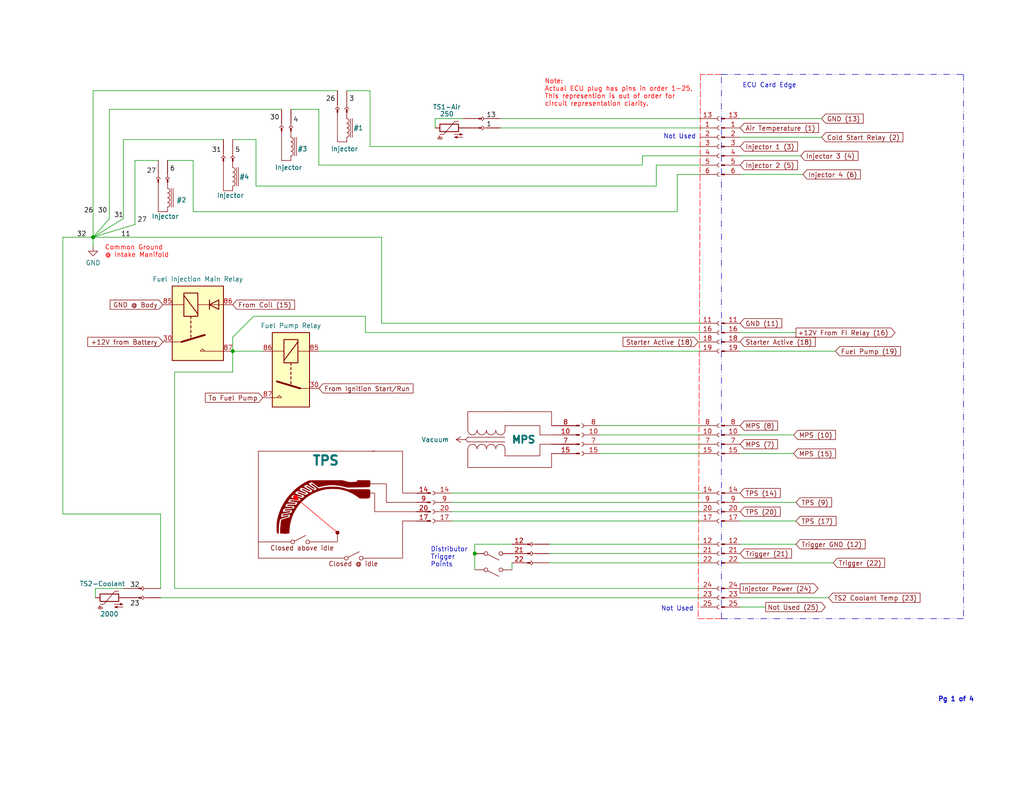
<source format=kicad_sch>
(kicad_sch (version 20230121) (generator eeschema)
  (paper "A")
  (title_block (title "D-Jetronic 0 280 000 034 ECU for Volvo") (date "2023-12-28") (comment 1 "Redrawn by David Farrington") (comment 2 "Copied from Dale Rembold") (comment 3 "Following Layout by F.W. Kerfoot"))
  (lib_symbols
    (symbol "Conn_01x02_Pin_1" (pin_numbers hide) (pin_names (offset 1.016) hide)
      (property "Reference" "J" (at 0 2.54 0))
      (property "Value" "Conn_01x02_Pin" (at 0 -5.08 0))
      (symbol "Conn_01x02_Pin_1_1_1"
        (pin passive line (at 5.08 0 180) (length 3.81) (name "Pin_1") (number "1"))
        (pin passive line (at 5.08 -2.54 180) (length 3.81) (name "Pin_2") (number "2"))
      )
    )
    (symbol "Conn_01x02_Socket_1" (pin_numbers hide) (pin_names (offset 1.016) hide)
      (property "Reference" "J" (at 0 2.54 0))
      (property "Value" "Conn_01x02_Socket" (at 0 -5.08 0))
      (symbol "Conn_01x02_Socket_1_1_1"
        (pin passive line (at -5.08 0 0) (length 3.81) (name "Pin_1") (number "1"))
        (pin passive line (at -5.08 -2.54 0) (length 3.81) (name "Pin_2") (number "2"))
      )
    )
    (symbol "Conn_01x02_Socket_2" (pin_numbers hide) (pin_names (offset 1.016) hide)
      (property "Reference" "J" (at 0 2.54 0))
      (property "Value" "Conn_01x02_Socket" (at 0 -5.08 0))
      (symbol "Conn_01x02_Socket_2_1_1"
        (pin passive line (at -5.08 0 0) (length 3.81) (name "Pin_1") (number "1"))
        (pin passive line (at -5.08 -2.54 0) (length 3.81) (name "Pin_2") (number "2"))
      )
    )
    (symbol "Conn_01x02_Socket_3" (pin_numbers hide) (pin_names (offset 1.016) hide)
      (property "Reference" "J" (at 0 2.54 0))
      (property "Value" "Conn_01x02_Socket" (at 0 -5.08 0))
      (symbol "Conn_01x02_Socket_3_1_1"
        (pin passive line (at -5.08 0 0) (length 3.81) (name "Pin_1") (number "1"))
        (pin passive line (at -5.08 -2.54 0) (length 3.81) (name "Pin_2") (number "2"))
      )
    )
    (symbol "Conn_01x02_Socket_4" (pin_numbers hide) (pin_names (offset 1.016) hide)
      (property "Reference" "J" (at 0 2.54 0))
      (property "Value" "Conn_01x02_Socket" (at 0 -5.08 0))
      (symbol "Conn_01x02_Socket_4_1_1"
        (pin passive line (at -5.08 0 0) (length 3.81) (name "Pin_1") (number "1"))
        (pin passive line (at -5.08 -2.54 0) (length 3.81) (name "Pin_2") (number "2"))
      )
    )
    (symbol "Conn_01x02_Socket_5" (pin_numbers hide) (pin_names (offset 1.016) hide)
      (property "Reference" "J" (at 0 2.54 0))
      (property "Value" "Conn_01x02_Socket" (at 0 -5.08 0))
      (symbol "Conn_01x02_Socket_5_1_1"
        (pin passive line (at -5.08 0 0) (length 3.81) (name "Pin_1") (number "1"))
        (pin passive line (at -5.08 -2.54 0) (length 3.81) (name "Pin_2") (number "2"))
      )
    )
    (symbol "Conn_01x03_Pin_1" (pin_names (offset 1.016) hide)
      (symbol "Conn_01x03_Pin_1_1_1"
        (pin passive line (at 5.08 0 180) (length 3.81) (name "Pin_23") (number "23"))
        (pin passive line (at 5.08 2.54 180) (length 3.81) (name "Pin_24") (number "24"))
        (pin passive line (at 5.08 -2.54 180) (length 3.81) (name "Pin_25") (number "25"))
      )
    )
    (symbol "Conn_01x03_Socket_1" (pin_names (offset 1.016) hide)
      (symbol "Conn_01x03_Socket_1_1_1"
        (pin passive line (at -5.08 0 0) (length 3.81) (name "Pin_23") (number "23"))
        (pin passive line (at -5.08 2.54 0) (length 3.81) (name "Pin_24") (number "24"))
        (pin passive line (at -5.08 -2.54 0) (length 3.81) (name "Pin_25") (number "25"))
      )
    )
    (symbol "Conn_01x03_Socket_2" (pin_numbers hide) (pin_names (offset 1.016) hide)
      (symbol "Conn_01x03_Socket_2_1_1"
        (pin passive line (at -5.08 2.54 0) (length 3.81) (name "Pin_12") (number "12"))
        (pin passive line (at -5.08 0 0) (length 3.81) (name "Pin_21") (number "21"))
        (pin passive line (at -5.08 -2.54 0) (length 3.81) (name "Pin_22") (number "22"))
      )
    )
    (symbol "Conn_01x04_Pin_1" (pin_names (offset 1.016) hide)
      (symbol "Conn_01x04_Pin_1_1_1"
        (pin passive line (at 5.08 2.54 180) (length 3.81) (name "Pin_11") (number "11"))
        (pin passive line (at 5.08 0 180) (length 3.81) (name "Pin_16") (number "16"))
        (pin passive line (at 5.08 -2.54 180) (length 3.81) (name "Pin_18") (number "18"))
        (pin passive line (at 5.08 -5.08 180) (length 3.81) (name "Pin_19") (number "19"))
      )
    )
    (symbol "Conn_01x04_Socket_1" (pin_names (offset 1.016) hide)
      (symbol "Conn_01x04_Socket_1_1_1"
        (pin passive line (at -5.08 2.54 0) (length 3.81) (name "Pin_14") (number "14"))
        (pin passive line (at -5.08 -5.08 0) (length 3.81) (name "Pin_17") (number "17"))
        (pin passive line (at -5.08 -2.54 0) (length 3.81) (name "Pin_20") (number "20"))
        (pin passive line (at -5.08 0 0) (length 3.81) (name "Pin_9") (number "9"))
      )
    )
    (symbol "Conn_01x04_Socket_2" (pin_names (offset 1.016) hide)
      (symbol "Conn_01x04_Socket_2_1_1"
        (pin passive line (at -5.08 2.54 0) (length 3.81) (name "Pin_11") (number "11"))
        (pin passive line (at -5.08 0 0) (length 3.81) (name "Pin_16") (number "16"))
        (pin passive line (at -5.08 -2.54 0) (length 3.81) (name "Pin_18") (number "18"))
        (pin passive line (at -5.08 -5.08 0) (length 3.81) (name "Pin_19") (number "19"))
      )
    )
    (symbol "Connector:Conn_01x02_Pin" (pin_numbers hide) (pin_names (offset 1.016) hide)
      (property "Reference" "J" (at 0 2.54 0))
      (property "Value" "Conn_01x02_Pin" (at 0 -5.08 0))
      (symbol "Conn_01x02_Pin_1_1"
        (pin passive line (at 5.08 0 180) (length 3.81) (name "Pin_1") (number "1"))
        (pin passive line (at 5.08 -2.54 180) (length 3.81) (name "Pin_2") (number "2"))
      )
    )
    (symbol "Connector:Conn_01x02_Socket" (pin_numbers hide) (pin_names (offset 1.016) hide)
      (property "Reference" "J" (at 0 2.54 0))
      (property "Value" "Conn_01x02_Socket" (at 0 -5.08 0))
      (symbol "Conn_01x02_Socket_1_1"
        (pin passive line (at -5.08 0 0) (length 3.81) (name "Pin_1") (number "1"))
        (pin passive line (at -5.08 -2.54 0) (length 3.81) (name "Pin_2") (number "2"))
      )
    )
    (symbol "Connector:Conn_01x03_Pin" (pin_names (offset 1.016) hide)
      (symbol "Conn_01x03_Pin_1_1"
        (pin passive line (at 5.08 2.54 180) (length 3.81) (name "Pin_12") (number "12"))
        (pin passive line (at 5.08 0 180) (length 3.81) (name "Pin_21") (number "21"))
        (pin passive line (at 5.08 -2.54 180) (length 3.81) (name "Pin_22") (number "22"))
      )
    )
    (symbol "Connector:Conn_01x03_Socket" (pin_names (offset 1.016) hide)
      (symbol "Conn_01x03_Socket_1_1"
        (pin passive line (at -5.08 2.54 0) (length 3.81) (name "Pin_12") (number "12"))
        (pin passive line (at -5.08 0 0) (length 3.81) (name "Pin_21") (number "21"))
        (pin passive line (at -5.08 -2.54 0) (length 3.81) (name "Pin_22") (number "22"))
      )
    )
    (symbol "Connector:Conn_01x04_Pin" (pin_names (offset 1.016) hide)
      (symbol "Conn_01x04_Pin_1_1"
        (pin passive line (at 5.08 0 180) (length 3.81) (name "Pin_10") (number "10"))
        (pin passive line (at 5.08 -5.08 180) (length 3.81) (name "Pin_15") (number "15"))
        (pin passive line (at 5.08 -2.54 180) (length 3.81) (name "Pin_7") (number "7"))
        (pin passive line (at 5.08 2.54 180) (length 3.81) (name "Pin_8") (number "8"))
      )
    )
    (symbol "Connector:Conn_01x04_Socket" (pin_names (offset 1.016) hide)
      (property "Reference" "J8" (at 1.27 0 0))
      (property "Value" "Conn_01x04_Socket" (at 1.27 -2.54 0))
      (symbol "Conn_01x04_Socket_1_1"
        (pin passive line (at -5.08 0 0) (length 3.81) (name "Pin_10") (number "10"))
        (pin passive line (at -5.08 -5.08 0) (length 3.81) (name "Pin_15") (number "15"))
        (pin passive line (at -5.08 -2.54 0) (length 3.81) (name "Pin_7") (number "7"))
        (pin passive line (at -5.08 2.54 0) (length 3.81) (name "Pin_8") (number "8"))
      )
    )
    (symbol "Connector:Conn_01x07_Pin" (pin_names (offset 1.016) hide)
      (symbol "Conn_01x07_Pin_1_1"
        (pin passive line (at 5.08 5.08 180) (length 3.81) (name "Pin_2") (number "1"))
        (pin passive line (at 5.08 7.62 180) (length 3.81) (name "Pin_1") (number "13"))
        (pin passive line (at 5.08 2.54 180) (length 3.81) (name "Pin_3") (number "2"))
        (pin passive line (at 5.08 0 180) (length 3.81) (name "Pin_4") (number "3"))
        (pin passive line (at 5.08 -2.54 180) (length 3.81) (name "Pin_5") (number "4"))
        (pin passive line (at 5.08 -5.08 180) (length 3.81) (name "Pin_6") (number "5"))
        (pin passive line (at 5.08 -7.62 180) (length 3.81) (name "Pin_7") (number "6"))
      )
    )
    (symbol "Connector:Conn_01x07_Socket" (pin_names (offset 1.016) hide)
      (symbol "Conn_01x07_Socket_1_1"
        (pin passive line (at -5.08 5.08 0) (length 3.81) (name "Pin_2") (number "1"))
        (pin passive line (at -5.08 7.62 0) (length 3.81) (name "Pin_1") (number "13"))
        (pin passive line (at -5.08 2.54 0) (length 3.81) (name "Pin_3") (number "2"))
        (pin passive line (at -5.08 0 0) (length 3.81) (name "Pin_4") (number "3"))
        (pin passive line (at -5.08 -2.54 0) (length 3.81) (name "Pin_5") (number "4"))
        (pin passive line (at -5.08 -5.08 0) (length 3.81) (name "Pin_6") (number "5"))
        (pin passive line (at -5.08 -7.62 0) (length 3.81) (name "6") (number "6"))
      )
    )
    (symbol "DRF library:Conn_01x04_Pin_1" (pin_names (offset 1.016) hide)
      (symbol "Conn_01x04_Pin_1_1_1"
        (pin passive line (at 5.08 2.54 180) (length 3.81) (name "Pin_17") (number "14"))
        (pin passive line (at 5.08 -5.08 180) (length 3.81) (name "Pin_17") (number "17"))
        (pin passive line (at 5.08 -2.54 180) (length 3.81) (name "Pin_20") (number "20"))
        (pin passive line (at 5.08 0 180) (length 3.81) (name "Pin_9") (number "9"))
      )
    )
    (symbol "DRF library:MPS" (pin_names (offset 1.016) hide)
      (property "Reference" "Vacuum" (at -12.065 -0.635 0))
      (property "Value" "MPS" (at 10.16 -0.635 0))
      (symbol "MPS_1_1"
        (pin passive line (at 26.035 0.635 180) (length 7.62) (name "AA") (number "10"))
        (pin passive line (at 26.035 -4.445 180) (length 7.62) (name "SA") (number "15"))
        (pin passive line (at 26.035 -1.905 180) (length 7.62) (name "SB") (number "7"))
        (pin passive line (at 26.035 3.175 180) (length 7.62) (name "AB") (number "8"))
      )
    )
    (symbol "DRF:FI_Main_Relay"
      (property "Value" "Fuel Injection Main Relay" (at -10.16 13.97 0))
      (symbol "FI_Main_Relay_1_1"
        (pin passive line (at -9.525 -3.175 0) (length 2.54) (name "~") (number "30"))
        (pin passive line (at -9.525 6.985 0) (length 2.54) (name "~") (number "85"))
        (pin passive line (at 9.525 6.985 180) (length 2.54) (name "~") (number "86"))
        (pin passive line (at 9.525 -5.715 180) (length 2.54) (name "~") (number "87"))
      )
    )
    (symbol "DRF:Fuel_Pump_Relay"
      (property "Value" "Fuel Pump Relay" (at -8.89 13.97 0))
      (symbol "Fuel_Pump_Relay_1_1"
        (pin passive line (at -9.525 -3.175 0) (length 2.54) (name "~") (number "30"))
        (pin passive line (at -9.525 6.985 0) (length 2.54) (name "~") (number "85"))
        (pin passive line (at 5.715 6.985 180) (length 2.54) (name "~") (number "86"))
        (pin passive line (at 5.715 -5.715 180) (length 2.54) (name "~") (number "87"))
      )
    )
    (symbol "DRF:Injector" (pin_numbers hide) (pin_names (offset 1.016) hide)
      (property "Reference" "#" (at 4.445 -1.905 0))
      (property "Value" "Injector" (at 6.985 1.27 0))
    )
    (symbol "DRF:TPS" (pin_names (offset 1.016) hide)
      (property "Value" "TPS" (at -0.635 11.43 0))
      (property "Sim.Name" "tps" (at 0 0 0))
      (symbol "TPS_1_1"
        (text "Closed @ idle" (at 8.128 -15.494 0) (effects (font (size 1.27 1.27))))
        (text "Closed above idle" (at -5.842 -11.176 0) (effects (font (size 1.27 1.27))))
        (pin passive line (at 29.21 3.81 180) (length 3.81) (name "Pin_14") (number "14"))
        (pin passive line (at 29.21 -3.81 180) (length 3.81) (name "Pin_17") (number "17"))
        (pin passive line (at 29.21 -1.27 180) (length 3.81) (name "Pin_20") (number "20"))
        (pin passive line (at 29.21 1.27 180) (length 3.81) (name "Pin_9") (number "9"))
      )
    )
    (symbol "Device:Thermistor_NTC" (pin_numbers hide) (pin_names (offset 0))
      (property "Reference" "TH" (at -4.445 0 90))
      (property "Value" "Thermistor_NTC" (at 3.175 0 90))
      (symbol "Thermistor_NTC_1_1"
        (pin passive line (at 0 3.81 270) (length 1.27) (name "~") (number "1"))
        (pin passive line (at 0 -3.81 90) (length 1.27) (name "~") (number "2"))
      )
    )
    (symbol "SW_SPST_1" (pin_numbers hide) (pin_names (offset 0) hide)
      (property "Reference" "SW" (at 0 3.175 0))
      (property "Value" "SW_SPST" (at 0 -2.54 0))
      (symbol "SW_SPST_1_1_1"
        (pin passive line (at -5.08 0 0) (length 2.54) (name "A") (number "1"))
        (pin passive line (at 5.08 0 180) (length 2.54) (name "B") (number "2"))
      )
    )
    (symbol "Switch:SW_SPST" (pin_numbers hide) (pin_names (offset 0) hide)
      (property "Reference" "SW" (at 0 3.175 0))
      (property "Value" "SW_SPST" (at 0 -2.54 0))
      (symbol "SW_SPST_1_1"
        (pin passive line (at -5.08 0 0) (length 2.54) (name "A") (number "1"))
        (pin passive line (at 5.08 0 180) (length 2.54) (name "B") (number "2"))
      )
    )
    (symbol "power:GND" (power) (pin_names (offset 0))
      (property "Value" "GND" (at 0 -3.81 0))
      (symbol "GND_1_1"
        (pin power_in line (at 0 0 270) (length 0) hide (name "GND") (number "1"))
      )
    )
  )
  (junction (at 129.54 151.13))
  (junction (at 25.4 64.77))
  (junction (at 63.5 95.885))
  (wire (pts (xy 94.615 24.765) (xy 100.965 24.765)))
  (wire (pts (xy 17.145 140.335) (xy 17.145 64.77)))
  (wire (pts (xy 25.4 24.765) (xy 25.4 64.77)))
  (wire (pts (xy 63.5 101.6) (xy 47.625 101.6)))
  (wire (pts (xy 123.19 137.16) (xy 191.135 137.16)))
  (wire (pts (xy 52.705 57.785) (xy 184.785 57.785)))
  (wire (pts (xy 33.655 59.69) (xy 25.4 64.77)))
  (wire (pts (xy 201.93 47.625) (xy 219.075 47.625)))
  (wire (pts (xy 26.035 163.195) (xy 26.035 160.655)))
  (wire (pts (xy 136.525 32.385) (xy 191.135 32.385)))
  (wire (pts (xy 100.965 24.765) (xy 100.965 40.005)))
  (wire (pts (xy 86.995 45.085) (xy 86.995 29.845)))
  (wire (pts (xy 201.93 137.16) (xy 217.17 137.16)))
  (wire (pts (xy 69.85 38.1) (xy 63.5 38.1)))
  (wire (pts (xy 149.86 151.13) (xy 191.135 151.13)))
  (wire (pts (xy 163.83 118.745) (xy 191.135 118.745)))
  (wire (pts (xy 216.535 118.745) (xy 201.93 118.745)))
  (wire (pts (xy 175.26 42.545) (xy 191.135 42.545)))
  (wire (pts (xy 29.845 29.845) (xy 29.845 59.69)))
  (wire (pts (xy 129.54 151.13) (xy 129.54 148.59)))
  (wire (pts (xy 163.83 116.205) (xy 191.135 116.205)))
  (wire (pts (xy 118.745 32.385) (xy 126.365 32.385)))
  (wire (pts (xy 201.93 153.67) (xy 227.33 153.67)))
  (wire (pts (xy 191.135 45.085) (xy 179.07 45.085)))
  (wire (pts (xy 69.215 86.36) (xy 99.695 86.36)))
  (wire (pts (xy 86.995 95.885) (xy 191.135 95.885)))
  (wire (pts (xy 69.85 38.1) (xy 69.85 50.8)))
  (wire (pts (xy 179.07 45.085) (xy 179.07 50.8)))
  (wire (pts (xy 227.965 95.885) (xy 201.93 95.885)))
  (wire (pts (xy 36.83 43.815) (xy 36.83 61.2691)))
  (wire (pts (xy 217.17 148.59) (xy 201.93 148.59)))
  (wire (pts (xy 163.83 123.825) (xy 191.135 123.825)))
  (polyline (pts (xy 196.85 168.91) (xy 196.85 20.32)) (stroke (width 0) (type dash_dot_dot)))
  (wire (pts (xy 99.695 90.805) (xy 99.695 86.36)))
  (wire (pts (xy 216.535 123.825) (xy 201.93 123.825)))
  (wire (pts (xy 163.83 121.285) (xy 191.135 121.285)))
  (wire (pts (xy 52.705 43.815) (xy 52.705 57.785)))
  (wire (pts (xy 25.4 64.77) (xy 36.83 61.2691)))
  (wire (pts (xy 33.655 38.1) (xy 60.96 38.1)))
  (wire (pts (xy 33.655 38.1) (xy 33.655 59.69)))
  (wire (pts (xy 201.93 163.195) (xy 226.06 163.195)))
  (wire (pts (xy 184.785 57.785) (xy 184.785 47.625)))
  (wire (pts (xy 92.075 24.765) (xy 25.4 24.765)))
  (wire (pts (xy 63.5 95.885) (xy 63.5 92.075)))
  (wire (pts (xy 43.815 160.655) (xy 43.815 140.335)))
  (wire (pts (xy 149.86 153.67) (xy 191.135 153.67)))
  (polyline (pts (xy 262.89 20.32) (xy 262.89 168.91)) (stroke (width 0) (type dash_dot_dot)))
  (polyline (pts (xy 196.85 20.32) (xy 191.135 20.32)) (stroke (width 0) (type dash) (color 255 0 0 1)))
  (wire (pts (xy 43.815 163.195) (xy 191.135 163.195)))
  (wire (pts (xy 86.995 29.845) (xy 79.375 29.845)))
  (wire (pts (xy 175.26 45.085) (xy 86.995 45.085)))
  (wire (pts (xy 63.5 92.075) (xy 69.215 86.36)))
  (wire (pts (xy 43.815 140.335) (xy 17.145 140.335)))
  (wire (pts (xy 201.93 32.385) (xy 224.155 32.385)))
  (wire (pts (xy 25.4 67.31) (xy 25.4 64.77)))
  (wire (pts (xy 184.785 47.625) (xy 191.135 47.625)))
  (wire (pts (xy 201.93 37.465) (xy 224.155 37.465)))
  (wire (pts (xy 201.93 42.545) (xy 218.44 42.545)))
  (wire (pts (xy 104.14 88.265) (xy 191.135 88.265)))
  (wire (pts (xy 217.17 142.24) (xy 201.93 142.24)))
  (wire (pts (xy 29.845 59.69) (xy 25.4 64.77)))
  (wire (pts (xy 26.035 160.655) (xy 33.655 160.655)))
  (wire (pts (xy 190.5 93.345) (xy 191.135 93.345)))
  (wire (pts (xy 179.07 50.8) (xy 69.85 50.8)))
  (wire (pts (xy 104.14 64.77) (xy 104.14 88.265)))
  (wire (pts (xy 129.54 148.59) (xy 139.7 148.59)))
  (wire (pts (xy 100.965 40.005) (xy 191.135 40.005)))
  (wire (pts (xy 123.19 139.7) (xy 191.135 139.7)))
  (wire (pts (xy 139.7 153.67) (xy 139.7 155.575)))
  (wire (pts (xy 123.19 142.24) (xy 191.135 142.24)))
  (wire (pts (xy 123.19 134.62) (xy 191.135 134.62)))
  (polyline (pts (xy 196.85 20.32) (xy 262.89 20.32)) (stroke (width 0) (type dash_dot_dot)))
  (wire (pts (xy 29.845 29.845) (xy 76.835 29.845)))
  (wire (pts (xy 201.93 165.735) (xy 208.915 165.735)))
  (wire (pts (xy 36.83 43.815) (xy 43.18 43.815)))
  (wire (pts (xy 25.4 64.77) (xy 104.14 64.77)))
  (wire (pts (xy 191.135 90.805) (xy 99.695 90.805)))
  (polyline (pts (xy 190.5 168.91) (xy 197.485 168.91)) (stroke (width 0) (type dash) (color 255 0 0 1)))
  (polyline (pts (xy 196.85 168.91) (xy 262.89 168.91)) (stroke (width 0) (type dash_dot_dot)))
  (wire (pts (xy 129.54 151.13) (xy 129.54 155.575)))
  (wire (pts (xy 201.93 90.805) (xy 217.17 90.805)))
  (wire (pts (xy 175.26 42.545) (xy 175.26 45.085)))
  (wire (pts (xy 149.86 148.59) (xy 191.135 148.59)))
  (polyline (pts (xy 191.135 20.32) (xy 190.5 168.91)) (stroke (width 0) (type dash) (color 255 0 0 1)))
  (wire (pts (xy 136.525 34.925) (xy 191.135 34.925)))
  (wire (pts (xy 63.5 95.885) (xy 71.755 95.885)))
  (wire (pts (xy 45.72 43.815) (xy 52.705 43.815)))
  (wire (pts (xy 63.5 95.885) (xy 63.5 101.6)))
  (wire (pts (xy 118.745 32.385) (xy 118.745 34.925)))
  (wire (pts (xy 47.625 160.655) (xy 191.135 160.655)))
  (wire (pts (xy 17.145 64.77) (xy 25.4 64.77)))
  (wire (pts (xy 47.625 101.6) (xy 47.625 160.655)))
  (text "Note:\nActual ECU plug has pins in order 1-25. \nThis represention is out of order for \ncircuit representation clarity." (at 148.59 29.21 0) (effects (font (size 1.27 1.27)) (justify left bottom)))
  (text "Pg 1 of 4" (at 255.905 191.77 0) (effects (font (size 1.27 1.27) (thickness 0.254) bold) (justify left bottom)))
  (text "Distributor\nTrigger\nPoints" (at 117.475 154.94 0) (effects (font (size 1.27 1.27)) (justify left bottom)))
  (text "11" (at 33.02 64.77 0) (effects (font (size 1.27 1.27)) (justify left bottom)))
  (text "ECU Card Edge" (at 202.565 24.13 0) (effects (font (size 1.27 1.27)) (justify left bottom)))
  (text "Common Ground\n@ Intake Manifold" (at 28.575 70.485 0) (effects (font (size 1.27 1.27)) (justify left bottom)))
  (text "Not Used" (at 180.34 167.005 0) (effects (font (size 1.27 1.27)) (justify left bottom)))
  (text "Not Used" (at 180.975 38.1 0) (effects (font (size 1.27 1.27)) (justify left bottom)))
  (text "32" (at 20.955 64.77 0) (effects (font (size 1.27 1.27)) (justify left bottom)))
  (label "30" (at 26.67 58.42 0))
  (label "26" (at 22.86 58.42 0))
  (label "27" (at 37.465 60.96 0))
  (label "23" (at 38.1 165.735 180))
  (label "1" (at 132.715 34.925 0))
  (label "31" (at 57.785 41.91 0))
  (label "27" (at 40.005 47.625 0))
  (label "4" (at 80.01 33.655 0))
  (label "5" (at 64.135 41.91 0))
  (label "3" (at 95.25 27.94 0))
  (label "6" (at 46.355 46.99 0))
  (label "32" (at 38.1 160.655 180))
  (label "30" (at 73.66 33.02 0))
  (label "13" (at 132.715 32.385 0))
  (label "31" (at 31.115 59.69 0))
  (label "26" (at 88.9 27.94 0))
  (global_label "Cold Start Relay (2)" (shape input) (at 224.155 37.465 0) (property "Intersheetrefs" "${INTERSHEET_REFS}" (at 246.8362 37.465 0) (effects (justify left))))
  (global_label "Injector Power (24)" (shape output) (at 201.93 160.655 0) (property "Intersheetrefs" "${INTERSHEET_REFS}" (at 223.7044 160.655 0) (effects (justify left))))
  (global_label "Trigger GND (12)" (shape input) (at 217.17 148.59 0) (property "Intersheetrefs" "${INTERSHEET_REFS}" (at 236.5253 148.59 0) (effects (justify left))))
  (global_label "+12V From FI Relay (16)" (shape output) (at 217.17 90.805 0) (property "Intersheetrefs" "${INTERSHEET_REFS}" (at 244.6895 90.805 0) (effects (justify left))))
  (global_label "Injector 1 (3)" (shape input) (at 201.93 40.005 0) (property "Intersheetrefs" "${INTERSHEET_REFS}" (at 218.0801 40.005 0) (effects (justify left))))
  (global_label "TS2 Coolant Temp (23)" (shape input) (at 226.06 163.195 0) (property "Intersheetrefs" "${INTERSHEET_REFS}" (at 251.523 163.195 0) (effects (justify left))))
  (global_label "Injector 4 (6)" (shape input) (at 219.075 47.625 0) (property "Intersheetrefs" "${INTERSHEET_REFS}" (at 235.2251 47.625 0) (effects (justify left))))
  (global_label "GND (13)" (shape input) (at 224.155 32.385 0) (property "Intersheetrefs" "${INTERSHEET_REFS}" (at 236.0113 32.385 0) (effects (justify left))))
  (global_label "Injector 3 (4)" (shape input) (at 218.44 42.545 0) (property "Intersheetrefs" "${INTERSHEET_REFS}" (at 234.5901 42.545 0) (effects (justify left))))
  (global_label "GND (11)" (shape input) (at 201.93 88.265 0) (property "Intersheetrefs" "${INTERSHEET_REFS}" (at 213.7863 88.265 0) (effects (justify left))))
  (global_label "MPS (7)" (shape input) (at 201.93 121.285 0) (property "Intersheetrefs" "${INTERSHEET_REFS}" (at 212.6372 121.285 0) (effects (justify left))))
  (global_label "To Fuel Pump" (shape input) (at 71.755 108.585 180) (property "Intersheetrefs" "${INTERSHEET_REFS}" (at 55.4653 108.585 0) (effects (justify right))))
  (global_label "Starter Active (18)" (shape input) (at 190.5 93.345 180) (property "Intersheetrefs" "${INTERSHEET_REFS}" (at 169.4324 93.345 0) (effects (justify right))))
  (global_label "MPS (10)" (shape input) (at 216.535 118.745 0) (property "Intersheetrefs" "${INTERSHEET_REFS}" (at 228.4517 118.745 0) (effects (justify left))))
  (global_label "From Ignition Start{slash}Run" (shape input) (at 86.995 106.045 0) (property "Intersheetrefs" "${INTERSHEET_REFS}" (at 113.2632 106.045 0) (effects (justify left))))
  (global_label "MPS (8)" (shape input) (at 201.93 116.205 0) (property "Intersheetrefs" "${INTERSHEET_REFS}" (at 212.6372 116.205 0) (effects (justify left))))
  (global_label "Starter Active (18)" (shape input) (at 201.93 93.345 0) (property "Intersheetrefs" "${INTERSHEET_REFS}" (at 222.9976 93.345 0) (effects (justify left))))
  (global_label "Air Temperature (1)" (shape input) (at 201.93 34.925 0) (property "Intersheetrefs" "${INTERSHEET_REFS}" (at 223.8253 34.925 0) (effects (justify left))))
  (global_label "+12V from Battery" (shape input) (at 44.45 93.345 180) (property "Intersheetrefs" "${INTERSHEET_REFS}" (at 23.3826 93.345 0) (effects (justify right))))
  (global_label "Fuel Pump (19)" (shape input) (at 227.965 95.885 0) (property "Intersheetrefs" "${INTERSHEET_REFS}" (at 246.1711 95.885 0) (effects (justify left))))
  (global_label "Trigger (22)" (shape input) (at 227.33 153.67 0) (property "Intersheetrefs" "${INTERSHEET_REFS}" (at 241.8472 153.67 0) (effects (justify left))))
  (global_label "Not Used (25)" (shape output) (at 208.915 165.735 0) (property "Intersheetrefs" "${INTERSHEET_REFS}" (at 225.6698 165.735 0) (effects (justify left))))
  (global_label "TPS (14)" (shape input) (at 201.93 134.62 0) (property "Intersheetrefs" "${INTERSHEET_REFS}" (at 213.3629 134.62 0) (effects (justify left))))
  (global_label "TPS (20)" (shape input) (at 201.93 139.7 0) (property "Intersheetrefs" "${INTERSHEET_REFS}" (at 213.3629 139.7 0) (effects (justify left))))
  (global_label "Injector 2 (5)" (shape input) (at 201.93 45.085 0) (property "Intersheetrefs" "${INTERSHEET_REFS}" (at 218.0801 45.085 0) (effects (justify left))))
  (global_label "Trigger (21)" (shape input) (at 201.93 151.13 0) (property "Intersheetrefs" "${INTERSHEET_REFS}" (at 216.4472 151.13 0) (effects (justify left))))
  (global_label "TPS (17)" (shape input) (at 217.17 142.24 0) (property "Intersheetrefs" "${INTERSHEET_REFS}" (at 228.6029 142.24 0) (effects (justify left))))
  (global_label "GND @ Body" (shape input) (at 44.45 83.185 180) (property "Intersheetrefs" "${INTERSHEET_REFS}" (at 29.4906 83.185 0) (effects (justify right))))
  (global_label "MPS (15)" (shape input) (at 216.535 123.825 0) (property "Intersheetrefs" "${INTERSHEET_REFS}" (at 228.4517 123.825 0) (effects (justify left))))
  (global_label "From Coil (15)" (shape input) (at 63.5 83.185 0) (property "Intersheetrefs" "${INTERSHEET_REFS}" (at 80.9389 83.185 0) (effects (justify left))))
  (global_label "TPS (9)" (shape input) (at 217.17 137.16 0) (property "Intersheetrefs" "${INTERSHEET_REFS}" (at 227.3934 137.16 0) (effects (justify left))))
  (symbol (lib_name "Conn_01x02_Pin_1") (lib_id "Connector:Conn_01x02_Pin") (at 131.445 32.385 0) (mirror y) (unit 1)
    (property "Reference" "J21" (effects hide))
    (property "Value" "Conn_01x02_Pin" (effects hide))
  )
  (symbol (lib_id "DRF:Injector") (at 93.345 34.29 0) (unit 1)
    (property "Reference" "#1" (at 97.79 34.925 0))
    (property "Value" "Injector" (at 93.98 40.64 0))
  )
  (symbol (lib_name "Conn_01x03_Pin_1") (lib_id "Connector:Conn_01x03_Pin") (at 196.85 163.195 0) (unit 1)
    (property "Reference" "J3" (effects hide))
    (property "Value" "Conn_01x03_Pin" (effects hide))
  )
  (symbol (lib_name "Conn_01x04_Socket_2") (lib_id "Connector:Conn_01x04_Socket") (at 196.215 90.805 0) (unit 1)
    (property "Reference" "J2" (effects hide))
    (property "Value" "Conn_01x04_Socket" (effects hide))
  )
  (symbol (lib_id "Connector:Conn_01x02_Socket") (at 38.735 160.655 0) (mirror y) (unit 1)
    (property "Reference" "J20" (effects hide))
    (property "Value" "Conn_01x02_Socket" (effects hide))
  )
  (symbol (lib_id "Connector:Conn_01x04_Socket") (at 196.215 118.745 0) (unit 1)
    (property "Reference" "J8" (effects hide))
    (property "Value" "Conn_01x04_Socket" (effects hide))
  )
  (symbol (lib_name "Conn_01x02_Socket_5") (lib_id "Connector:Conn_01x02_Socket") (at 131.445 32.385 0) (mirror y) (unit 1)
    (property "Reference" "J19" (effects hide))
    (property "Value" "Conn_01x02_Socket" (effects hide))
  )
  (symbol (lib_id "DRF:Injector") (at 78.105 39.37 0) (unit 1)
    (property "Reference" "#3" (at 82.55 40.64 0))
    (property "Value" "Injector" (at 78.74 45.72 0))
  )
  (symbol (lib_id "Connector:Conn_01x03_Pin") (at 144.78 151.13 0) (mirror y) (unit 1)
    (property "Reference" "J11" (effects hide))
    (property "Value" "Conn_01x03_Pin" (effects hide))
  )
  (symbol (lib_name "Conn_01x02_Socket_1") (lib_id "Connector:Conn_01x02_Socket") (at 92.075 29.845 90) (mirror x) (unit 1)
    (property "Reference" "J15" (effects hide))
    (property "Value" "Conn_01x02_Socket" (effects hide))
  )
  (symbol (lib_id "Connector:Conn_01x03_Pin") (at 196.85 151.13 0) (unit 1)
    (property "Reference" "J4" (effects hide))
    (property "Value" "Conn_01x03_Pin" (effects hide))
  )
  (symbol (lib_name "Conn_01x03_Socket_2") (lib_id "Connector:Conn_01x03_Socket") (at 144.78 151.13 0) (mirror y) (unit 1)
    (property "Reference" "J12" (effects hide))
    (property "Value" "Conn_01x03_Socket" (effects hide))
  )
  (symbol (lib_name "Conn_01x04_Socket_1") (lib_id "Connector:Conn_01x04_Socket") (at 196.215 137.16 0) (unit 1)
    (property "Reference" "J13" (effects hide))
    (property "Value" "Conn_01x04_Socket" (effects hide))
  )
  (symbol (lib_id "Connector:Conn_01x07_Socket") (at 196.215 40.005 0) (unit 1)
    (property "Reference" "J28" (effects hide))
    (property "Value" "Conn_01x07_Socket" (effects hide))
  )
  (symbol (lib_name "Conn_01x02_Socket_2") (lib_id "Connector:Conn_01x02_Socket") (at 76.835 34.925 90) (mirror x) (unit 1)
    (property "Reference" "J16" (effects hide))
    (property "Value" "Conn_01x02_Socket" (effects hide))
  )
  (symbol (lib_id "Switch:SW_SPST") (at 134.62 155.575 0) (mirror x) (unit 1)
    (property "Reference" "SW1" (effects hide))
    (property "Value" "SW_SPST" (effects hide))
  )
  (symbol (lib_id "DRF library:MPS") (at 132.08 119.38 0) (unit 1)
    (property "Reference" "Vacuum" (at 118.745 120.015 0))
    (property "Value" "MPS" (at 142.875 120.015 0) (effects (font (size 2 2) bold)))
  )
  (symbol (lib_id "Device:Thermistor_NTC") (at 122.555 34.925 90) (unit 1)
    (property "Reference" "TS1-Air" (at 121.92 29.21 90))
    (property "Value" "250" (at 121.92 31.115 90))
  )
  (symbol (lib_id "DRF library:Conn_01x04_Pin_1") (at 196.85 137.16 0) (unit 1)
    (property "Reference" "J14" (effects hide))
    (property "Value" "Conn_01x04_Pin" (effects hide))
  )
  (symbol (lib_name "Conn_01x04_Socket_1") (lib_id "Connector:Conn_01x04_Socket") (at 118.11 137.16 0) (mirror y) (unit 1)
    (property "Reference" "J7" (effects hide))
    (property "Value" "Conn_01x04_Socket" (effects hide))
  )
  (symbol (lib_name "SW_SPST_1") (lib_id "Switch:SW_SPST") (at 134.62 151.13 0) (mirror x) (unit 1)
    (property "Reference" "SW2" (effects hide))
    (property "Value" "SW_SPST" (effects hide))
  )
  (symbol (lib_name "Conn_01x03_Socket_1") (lib_id "Connector:Conn_01x03_Socket") (at 196.215 163.195 0) (unit 1)
    (property "Reference" "J5" (effects hide))
    (property "Value" "Conn_01x03_Socket" (effects hide))
  )
  (symbol (lib_id "DRF:Injector") (at 44.45 53.34 0) (unit 1)
    (property "Reference" "#2" (at 49.53 54.61 0))
    (property "Value" "Injector" (at 45.085 59.055 0))
  )
  (symbol (lib_id "Connector:Conn_01x04_Pin") (at 196.85 118.745 0) (unit 1)
    (property "Reference" "J10" (effects hide))
    (property "Value" "Conn_01x04_Pin" (effects hide))
  )
  (symbol (lib_id "power:GND") (at 25.4 67.31 0) (mirror y) (unit 1)
    (property "Reference" "#PWR045" (effects hide))
    (property "Value" "GND" (at 25.4 71.755 0))
  )
  (symbol (lib_id "Connector:Conn_01x02_Pin") (at 38.735 160.655 0) (mirror y) (unit 1)
    (property "Reference" "J22" (effects hide))
    (property "Value" "Conn_01x02_Pin" (effects hide))
  )
  (symbol (lib_name "Conn_01x02_Socket_4") (lib_id "Connector:Conn_01x02_Socket") (at 43.18 48.895 90) (mirror x) (unit 1)
    (property "Reference" "J18" (effects hide))
    (property "Value" "Conn_01x02_Socket" (effects hide))
  )
  (symbol (lib_name "Conn_01x02_Socket_3") (lib_id "Connector:Conn_01x02_Socket") (at 60.96 43.18 90) (mirror x) (unit 1)
    (property "Reference" "J17" (effects hide))
    (property "Value" "Conn_01x02_Socket" (effects hide))
  )
  (symbol (lib_id "Connector:Conn_01x07_Pin") (at 196.85 40.005 0) (unit 1)
    (property "Reference" "J27" (effects hide))
    (property "Value" "Conn_01x07_Pin" (effects hide))
  )
  (symbol (lib_id "DRF:TPS") (at 88.265 138.43 0) (unit 1)
    (property "Reference" "#G1" (effects hide))
    (property "Value" "TPS" (at 88.9 125.73 0) (effects (font (size 2.54 2.54) bold)))
    (property "Sim.Library" "/home/david/Documents/Volvo/D-Jet/Schematics/TPS.Lib" (effects hide))
    (property "Sim.Name" "tps" (effects hide))
    (property "Sim.Device" "SUBCKT" (effects hide))
  )
  (symbol (lib_id "DRF:Fuel_Pump_Relay") (at 77.47 102.87 0) (mirror y) (unit 1)
    (property "Reference" "K2" (effects hide))
    (property "Value" "Fuel Pump Relay" (at 79.375 88.9 0))
  )
  (symbol (lib_id "Device:Thermistor_NTC") (at 29.845 163.195 90) (unit 1)
    (property "Reference" "TS2-Coolant" (at 27.94 159.385 90))
    (property "Value" "2000" (at 29.845 167.64 90))
  )
  (symbol (lib_name "Conn_01x04_Pin_1") (lib_id "Connector:Conn_01x04_Pin") (at 196.85 90.805 0) (unit 1)
    (property "Reference" "J1" (effects hide))
    (property "Value" "Conn_01x04_Pin" (effects hide))
  )
  (symbol (lib_id "DRF:FI_Main_Relay") (at 53.975 90.17 0) (unit 1)
    (property "Reference" "K1" (effects hide))
    (property "Value" "Fuel Injection Main Relay" (at 53.975 76.2 0))
  )
  (symbol (lib_id "Connector:Conn_01x04_Socket") (at 158.75 118.745 0) (mirror y) (unit 1)
    (property "Reference" "J9" (effects hide))
    (property "Value" "Conn_01x04_Socket" (effects hide))
  )
  (symbol (lib_id "DRF:Injector") (at 62.23 47.625 0) (unit 1)
    (property "Reference" "#4" (at 66.675 48.26 0))
    (property "Value" "Injector" (at 62.865 53.34 0))
  )
  (symbol (lib_id "Connector:Conn_01x03_Socket") (at 196.215 151.13 0) (unit 1)
    (property "Reference" "J6" (effects hide))
    (property "Value" "Conn_01x03_Socket" (effects hide))
  )
)
</source>
